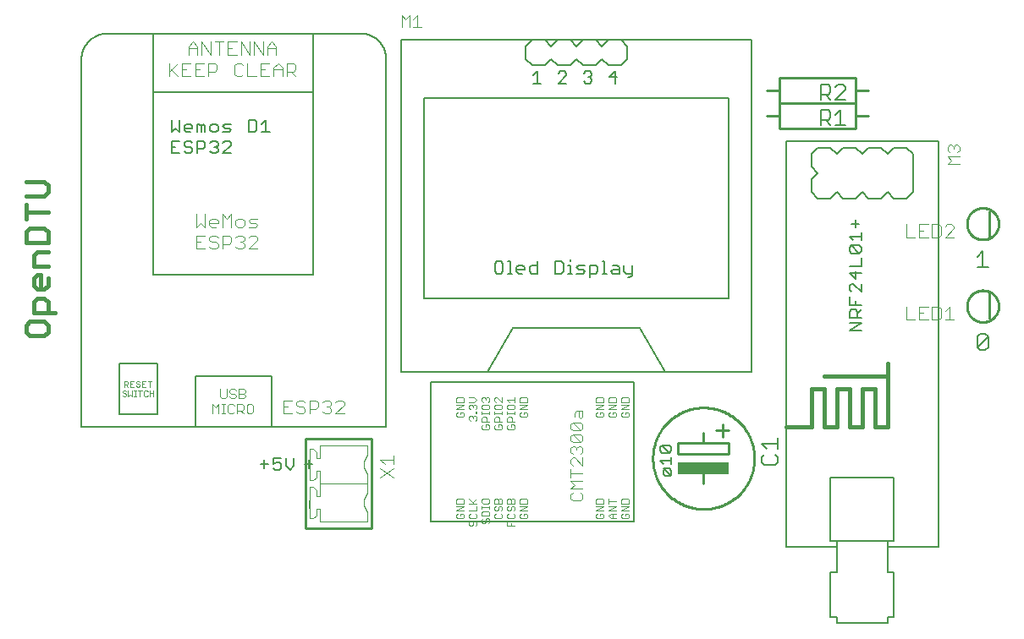
<source format=gto>
G75*
%MOIN*%
%OFA0B0*%
%FSLAX25Y25*%
%IPPOS*%
%LPD*%
%AMOC8*
5,1,8,0,0,1.08239X$1,22.5*
%
%ADD10C,0.01500*%
%ADD11C,0.00800*%
%ADD12C,0.01575*%
%ADD13C,0.00600*%
%ADD14C,0.00500*%
%ADD15C,0.00400*%
%ADD16C,0.01000*%
%ADD17C,0.00984*%
%ADD18C,0.00700*%
%ADD19R,0.20000X0.05000*%
%ADD20C,0.00983*%
%ADD21C,0.00394*%
%ADD22C,0.00300*%
%ADD23C,0.00200*%
D10*
X0016448Y0114500D02*
X0022120Y0114500D01*
X0023537Y0115918D01*
X0023537Y0118754D01*
X0022120Y0120172D01*
X0016448Y0120172D01*
X0015030Y0118754D01*
X0015030Y0115918D01*
X0016448Y0114500D01*
X0017866Y0123708D02*
X0017866Y0127961D01*
X0019284Y0129379D01*
X0022120Y0129379D01*
X0023537Y0127961D01*
X0023537Y0123708D01*
X0026373Y0123708D02*
X0017866Y0123708D01*
X0019284Y0132916D02*
X0017866Y0134334D01*
X0017866Y0137169D01*
X0019284Y0138587D01*
X0020702Y0138587D01*
X0020702Y0132916D01*
X0022120Y0132916D02*
X0019284Y0132916D01*
X0022120Y0132916D02*
X0023537Y0134334D01*
X0023537Y0137169D01*
X0023537Y0142124D02*
X0017866Y0142124D01*
X0017866Y0146377D01*
X0019284Y0147795D01*
X0023537Y0147795D01*
X0023537Y0151331D02*
X0015030Y0151331D01*
X0015030Y0155585D01*
X0016448Y0157003D01*
X0022120Y0157003D01*
X0023537Y0155585D01*
X0023537Y0151331D01*
X0015030Y0160539D02*
X0015030Y0166211D01*
X0015030Y0169747D02*
X0022120Y0169747D01*
X0023537Y0171165D01*
X0023537Y0174001D01*
X0022120Y0175419D01*
X0015030Y0175419D01*
X0015030Y0163375D02*
X0023537Y0163375D01*
D11*
X0107187Y0064008D02*
X0110331Y0064008D01*
X0112263Y0064008D02*
X0113835Y0064794D01*
X0114621Y0064794D01*
X0115406Y0064008D01*
X0115406Y0062436D01*
X0114621Y0061650D01*
X0113049Y0061650D01*
X0112263Y0062436D01*
X0112263Y0064008D02*
X0112263Y0066366D01*
X0115406Y0066366D01*
X0117338Y0066366D02*
X0117338Y0063222D01*
X0118910Y0061650D01*
X0120482Y0063222D01*
X0120482Y0066366D01*
X0124687Y0064008D02*
X0127831Y0064008D01*
X0126259Y0065580D02*
X0126259Y0062436D01*
X0108759Y0062436D02*
X0108759Y0065580D01*
X0111787Y0078750D02*
X0111787Y0098750D01*
X0081787Y0098750D01*
X0081787Y0078750D01*
X0111787Y0078750D01*
X0126529Y0049794D02*
X0126529Y0046650D01*
X0066787Y0083750D02*
X0066787Y0103750D01*
X0051787Y0103750D01*
X0051787Y0083750D01*
X0066787Y0083750D01*
X0199687Y0139936D02*
X0200473Y0139150D01*
X0202045Y0139150D01*
X0202831Y0139936D01*
X0202831Y0143080D01*
X0202045Y0143866D01*
X0200473Y0143866D01*
X0199687Y0143080D01*
X0199687Y0139936D01*
X0204763Y0139150D02*
X0206335Y0139150D01*
X0205549Y0139150D02*
X0205549Y0143866D01*
X0204763Y0143866D01*
X0208146Y0141508D02*
X0208932Y0142294D01*
X0210504Y0142294D01*
X0211290Y0141508D01*
X0211290Y0140722D01*
X0208146Y0140722D01*
X0208146Y0139936D02*
X0208146Y0141508D01*
X0208146Y0139936D02*
X0208932Y0139150D01*
X0210504Y0139150D01*
X0213221Y0139936D02*
X0213221Y0141508D01*
X0214007Y0142294D01*
X0216365Y0142294D01*
X0216365Y0143866D02*
X0216365Y0139150D01*
X0214007Y0139150D01*
X0213221Y0139936D01*
X0223372Y0139150D02*
X0225730Y0139150D01*
X0226516Y0139936D01*
X0226516Y0143080D01*
X0225730Y0143866D01*
X0223372Y0143866D01*
X0223372Y0139150D01*
X0228447Y0139150D02*
X0230019Y0139150D01*
X0229233Y0139150D02*
X0229233Y0142294D01*
X0228447Y0142294D01*
X0229233Y0143866D02*
X0229233Y0144652D01*
X0231830Y0141508D02*
X0232616Y0142294D01*
X0234974Y0142294D01*
X0234188Y0140722D02*
X0232616Y0140722D01*
X0231830Y0141508D01*
X0231830Y0139150D02*
X0234188Y0139150D01*
X0234974Y0139936D01*
X0234188Y0140722D01*
X0236906Y0142294D02*
X0236906Y0137578D01*
X0236906Y0139150D02*
X0239263Y0139150D01*
X0240049Y0139936D01*
X0240049Y0141508D01*
X0239263Y0142294D01*
X0236906Y0142294D01*
X0241981Y0143866D02*
X0242767Y0143866D01*
X0242767Y0139150D01*
X0241981Y0139150D02*
X0243553Y0139150D01*
X0245364Y0139936D02*
X0246150Y0140722D01*
X0248508Y0140722D01*
X0248508Y0141508D02*
X0248508Y0139150D01*
X0246150Y0139150D01*
X0245364Y0139936D01*
X0246150Y0142294D02*
X0247722Y0142294D01*
X0248508Y0141508D01*
X0250439Y0142294D02*
X0250439Y0139936D01*
X0251225Y0139150D01*
X0253583Y0139150D01*
X0253583Y0138364D02*
X0252797Y0137578D01*
X0252011Y0137578D01*
X0253583Y0138364D02*
X0253583Y0142294D01*
X0339172Y0142026D02*
X0343887Y0142026D01*
X0343887Y0145170D01*
X0343101Y0147101D02*
X0339958Y0150245D01*
X0343101Y0150245D01*
X0343887Y0149459D01*
X0343887Y0147887D01*
X0343101Y0147101D01*
X0339958Y0147101D01*
X0339172Y0147887D01*
X0339172Y0149459D01*
X0339958Y0150245D01*
X0340744Y0152176D02*
X0339172Y0153748D01*
X0343887Y0153748D01*
X0343887Y0152176D02*
X0343887Y0155320D01*
X0341529Y0157252D02*
X0341529Y0160395D01*
X0339958Y0158824D02*
X0343101Y0158824D01*
X0341529Y0140095D02*
X0341529Y0136951D01*
X0339172Y0139309D01*
X0343887Y0139309D01*
X0343887Y0135019D02*
X0343887Y0131876D01*
X0340744Y0135019D01*
X0339958Y0135019D01*
X0339172Y0134234D01*
X0339172Y0132662D01*
X0339958Y0131876D01*
X0339172Y0129944D02*
X0339172Y0126800D01*
X0343887Y0126800D01*
X0343887Y0124869D02*
X0342315Y0123297D01*
X0342315Y0124083D02*
X0342315Y0121725D01*
X0343887Y0121725D02*
X0339172Y0121725D01*
X0339172Y0124083D01*
X0339958Y0124869D01*
X0341529Y0124869D01*
X0342315Y0124083D01*
X0341529Y0126800D02*
X0341529Y0128372D01*
X0339172Y0119794D02*
X0343887Y0119794D01*
X0339172Y0116650D01*
X0343887Y0116650D01*
X0247045Y0214150D02*
X0247045Y0218866D01*
X0244687Y0216508D01*
X0247831Y0216508D01*
X0237831Y0217294D02*
X0237045Y0216508D01*
X0237831Y0215722D01*
X0237831Y0214936D01*
X0237045Y0214150D01*
X0235473Y0214150D01*
X0234687Y0214936D01*
X0236259Y0216508D02*
X0237045Y0216508D01*
X0237831Y0217294D02*
X0237831Y0218080D01*
X0237045Y0218866D01*
X0235473Y0218866D01*
X0234687Y0218080D01*
X0227831Y0218080D02*
X0227045Y0218866D01*
X0225473Y0218866D01*
X0224687Y0218080D01*
X0227831Y0218080D02*
X0227831Y0217294D01*
X0224687Y0214150D01*
X0227831Y0214150D01*
X0217831Y0214150D02*
X0214687Y0214150D01*
X0216259Y0214150D02*
X0216259Y0218866D01*
X0214687Y0217294D01*
X0110858Y0194918D02*
X0107714Y0194918D01*
X0109286Y0194918D02*
X0109286Y0199634D01*
X0107714Y0198062D01*
X0105782Y0198848D02*
X0105782Y0195704D01*
X0104996Y0194918D01*
X0102639Y0194918D01*
X0102639Y0199634D01*
X0104996Y0199634D01*
X0105782Y0198848D01*
X0095632Y0198062D02*
X0093274Y0198062D01*
X0092488Y0197276D01*
X0093274Y0196490D01*
X0094846Y0196490D01*
X0095632Y0195704D01*
X0094846Y0194918D01*
X0092488Y0194918D01*
X0090557Y0195704D02*
X0090557Y0197276D01*
X0089771Y0198062D01*
X0088199Y0198062D01*
X0087413Y0197276D01*
X0087413Y0195704D01*
X0088199Y0194918D01*
X0089771Y0194918D01*
X0090557Y0195704D01*
X0089771Y0191366D02*
X0090557Y0190580D01*
X0090557Y0189794D01*
X0089771Y0189008D01*
X0090557Y0188222D01*
X0090557Y0187436D01*
X0089771Y0186650D01*
X0088199Y0186650D01*
X0087413Y0187436D01*
X0088985Y0189008D02*
X0089771Y0189008D01*
X0089771Y0191366D02*
X0088199Y0191366D01*
X0087413Y0190580D01*
X0085482Y0190580D02*
X0084696Y0191366D01*
X0082338Y0191366D01*
X0082338Y0186650D01*
X0082338Y0188222D02*
X0084696Y0188222D01*
X0085482Y0189008D01*
X0085482Y0190580D01*
X0080406Y0190580D02*
X0079621Y0191366D01*
X0078049Y0191366D01*
X0077263Y0190580D01*
X0077263Y0189794D01*
X0078049Y0189008D01*
X0079621Y0189008D01*
X0080406Y0188222D01*
X0080406Y0187436D01*
X0079621Y0186650D01*
X0078049Y0186650D01*
X0077263Y0187436D01*
X0075331Y0186650D02*
X0072187Y0186650D01*
X0072187Y0191366D01*
X0075331Y0191366D01*
X0073759Y0189008D02*
X0072187Y0189008D01*
X0072187Y0194918D02*
X0073759Y0196490D01*
X0075331Y0194918D01*
X0075331Y0199634D01*
X0077263Y0197276D02*
X0078049Y0198062D01*
X0079621Y0198062D01*
X0080406Y0197276D01*
X0080406Y0196490D01*
X0077263Y0196490D01*
X0077263Y0195704D02*
X0077263Y0197276D01*
X0077263Y0195704D02*
X0078049Y0194918D01*
X0079621Y0194918D01*
X0082338Y0194918D02*
X0082338Y0198062D01*
X0083124Y0198062D01*
X0083910Y0197276D01*
X0084696Y0198062D01*
X0085482Y0197276D01*
X0085482Y0194918D01*
X0083910Y0194918D02*
X0083910Y0197276D01*
X0092488Y0190580D02*
X0093274Y0191366D01*
X0094846Y0191366D01*
X0095632Y0190580D01*
X0095632Y0189794D01*
X0092488Y0186650D01*
X0095632Y0186650D01*
X0072187Y0194918D02*
X0072187Y0199634D01*
D12*
X0314287Y0078750D02*
X0324287Y0078750D01*
X0324287Y0093750D01*
X0329287Y0093750D01*
X0329287Y0078750D01*
X0334287Y0078750D01*
X0334287Y0093750D01*
X0339287Y0093750D01*
X0339287Y0078750D01*
X0344287Y0078750D01*
X0344287Y0093750D01*
X0349287Y0093750D01*
X0349287Y0078750D01*
X0354287Y0078750D01*
X0354287Y0098750D01*
X0329287Y0098750D01*
X0354287Y0098750D02*
X0354287Y0103750D01*
D13*
X0389587Y0110118D02*
X0390655Y0109050D01*
X0392790Y0109050D01*
X0393858Y0110118D01*
X0393858Y0114388D01*
X0389587Y0110118D01*
X0389587Y0114388D01*
X0390655Y0115455D01*
X0392790Y0115455D01*
X0393858Y0114388D01*
X0393858Y0141550D02*
X0389587Y0141550D01*
X0391723Y0141550D02*
X0391723Y0147955D01*
X0389587Y0145820D01*
X0268987Y0070648D02*
X0268253Y0071382D01*
X0265318Y0071382D01*
X0268253Y0068446D01*
X0268987Y0069180D01*
X0268987Y0070648D01*
X0268253Y0068446D02*
X0265318Y0068446D01*
X0264584Y0069180D01*
X0264584Y0070648D01*
X0265318Y0071382D01*
X0268987Y0066778D02*
X0268987Y0063842D01*
X0268987Y0065310D02*
X0264584Y0065310D01*
X0266052Y0063842D01*
X0266052Y0062174D02*
X0268987Y0059238D01*
X0268253Y0059238D02*
X0268987Y0059972D01*
X0268987Y0061440D01*
X0268253Y0062174D01*
X0266786Y0062174D01*
X0266052Y0061440D01*
X0266052Y0059972D01*
X0266786Y0059238D01*
X0268253Y0059238D01*
D14*
X0254287Y0041250D02*
X0254287Y0096250D01*
X0174287Y0096250D01*
X0174287Y0041250D01*
X0254287Y0041250D01*
X0314287Y0031250D02*
X0334287Y0031250D01*
X0334287Y0021250D01*
X0331787Y0021250D01*
X0331787Y0003750D01*
X0334287Y0003750D01*
X0334287Y0001250D01*
X0354287Y0001250D01*
X0354287Y0003750D01*
X0356787Y0003750D01*
X0356787Y0021250D01*
X0354287Y0021250D01*
X0354287Y0031250D01*
X0374287Y0031250D01*
X0374287Y0191250D01*
X0314287Y0191250D01*
X0314287Y0031250D01*
X0331787Y0033750D02*
X0331787Y0058750D01*
X0356787Y0058750D01*
X0356787Y0033750D01*
X0354287Y0033750D01*
X0354287Y0031250D01*
X0354287Y0033750D02*
X0334287Y0033750D01*
X0334287Y0031250D01*
X0334287Y0033750D02*
X0331787Y0033750D01*
X0300787Y0100187D02*
X0266787Y0100187D01*
X0256787Y0117687D01*
X0206787Y0117687D01*
X0196787Y0100187D01*
X0162787Y0100187D01*
X0162787Y0231250D01*
X0300787Y0231250D01*
X0300787Y0100187D01*
X0266787Y0100187D02*
X0196787Y0100187D01*
X0156787Y0078750D02*
X0036787Y0078750D01*
X0036787Y0223750D01*
X0036790Y0223992D01*
X0036799Y0224233D01*
X0036813Y0224474D01*
X0036834Y0224715D01*
X0036860Y0224955D01*
X0036892Y0225195D01*
X0036930Y0225434D01*
X0036973Y0225671D01*
X0037023Y0225908D01*
X0037078Y0226143D01*
X0037138Y0226377D01*
X0037205Y0226609D01*
X0037276Y0226840D01*
X0037354Y0227069D01*
X0037437Y0227296D01*
X0037525Y0227521D01*
X0037619Y0227744D01*
X0037718Y0227964D01*
X0037823Y0228182D01*
X0037932Y0228397D01*
X0038047Y0228610D01*
X0038167Y0228820D01*
X0038292Y0229026D01*
X0038422Y0229230D01*
X0038557Y0229431D01*
X0038697Y0229628D01*
X0038841Y0229822D01*
X0038990Y0230012D01*
X0039144Y0230198D01*
X0039302Y0230381D01*
X0039464Y0230560D01*
X0039631Y0230735D01*
X0039802Y0230906D01*
X0039977Y0231073D01*
X0040156Y0231235D01*
X0040339Y0231393D01*
X0040525Y0231547D01*
X0040715Y0231696D01*
X0040909Y0231840D01*
X0041106Y0231980D01*
X0041307Y0232115D01*
X0041511Y0232245D01*
X0041717Y0232370D01*
X0041927Y0232490D01*
X0042140Y0232605D01*
X0042355Y0232714D01*
X0042573Y0232819D01*
X0042793Y0232918D01*
X0043016Y0233012D01*
X0043241Y0233100D01*
X0043468Y0233183D01*
X0043697Y0233261D01*
X0043928Y0233332D01*
X0044160Y0233399D01*
X0044394Y0233459D01*
X0044629Y0233514D01*
X0044866Y0233564D01*
X0045103Y0233607D01*
X0045342Y0233645D01*
X0045582Y0233677D01*
X0045822Y0233703D01*
X0046063Y0233724D01*
X0046304Y0233738D01*
X0046545Y0233747D01*
X0046787Y0233750D01*
X0146787Y0233750D01*
X0147029Y0233747D01*
X0147270Y0233738D01*
X0147511Y0233724D01*
X0147752Y0233703D01*
X0147992Y0233677D01*
X0148232Y0233645D01*
X0148471Y0233607D01*
X0148708Y0233564D01*
X0148945Y0233514D01*
X0149180Y0233459D01*
X0149414Y0233399D01*
X0149646Y0233332D01*
X0149877Y0233261D01*
X0150106Y0233183D01*
X0150333Y0233100D01*
X0150558Y0233012D01*
X0150781Y0232918D01*
X0151001Y0232819D01*
X0151219Y0232714D01*
X0151434Y0232605D01*
X0151647Y0232490D01*
X0151857Y0232370D01*
X0152063Y0232245D01*
X0152267Y0232115D01*
X0152468Y0231980D01*
X0152665Y0231840D01*
X0152859Y0231696D01*
X0153049Y0231547D01*
X0153235Y0231393D01*
X0153418Y0231235D01*
X0153597Y0231073D01*
X0153772Y0230906D01*
X0153943Y0230735D01*
X0154110Y0230560D01*
X0154272Y0230381D01*
X0154430Y0230198D01*
X0154584Y0230012D01*
X0154733Y0229822D01*
X0154877Y0229628D01*
X0155017Y0229431D01*
X0155152Y0229230D01*
X0155282Y0229026D01*
X0155407Y0228820D01*
X0155527Y0228610D01*
X0155642Y0228397D01*
X0155751Y0228182D01*
X0155856Y0227964D01*
X0155955Y0227744D01*
X0156049Y0227521D01*
X0156137Y0227296D01*
X0156220Y0227069D01*
X0156298Y0226840D01*
X0156369Y0226609D01*
X0156436Y0226377D01*
X0156496Y0226143D01*
X0156551Y0225908D01*
X0156601Y0225671D01*
X0156644Y0225434D01*
X0156682Y0225195D01*
X0156714Y0224955D01*
X0156740Y0224715D01*
X0156761Y0224474D01*
X0156775Y0224233D01*
X0156784Y0223992D01*
X0156787Y0223750D01*
X0156787Y0078750D01*
X0171787Y0129250D02*
X0171787Y0208250D01*
X0291787Y0208250D01*
X0291787Y0129250D01*
X0171787Y0129250D01*
X0127887Y0138750D02*
X0127887Y0210850D01*
X0127787Y0210850D01*
X0127890Y0210821D02*
X0064898Y0210821D01*
X0064898Y0233656D01*
X0127890Y0233656D01*
X0127890Y0210821D01*
X0064887Y0210850D02*
X0064887Y0138750D01*
X0127787Y0138750D01*
X0211787Y0223750D02*
X0214287Y0221250D01*
X0219287Y0221250D01*
X0221787Y0223750D01*
X0224287Y0221250D01*
X0229287Y0221250D01*
X0231787Y0223750D01*
X0234287Y0221250D01*
X0239287Y0221250D01*
X0241787Y0223750D01*
X0244287Y0221250D01*
X0249287Y0221250D01*
X0251787Y0223750D01*
X0251787Y0228750D01*
X0249287Y0231250D01*
X0244287Y0231250D02*
X0241787Y0228750D01*
X0239287Y0231250D01*
X0234287Y0231250D02*
X0231787Y0228750D01*
X0229287Y0231250D01*
X0224287Y0231250D02*
X0221787Y0228750D01*
X0219287Y0231250D01*
X0214287Y0231250D02*
X0211787Y0228750D01*
X0211787Y0223750D01*
X0324287Y0186250D02*
X0324287Y0181250D01*
X0326787Y0178750D01*
X0324287Y0176250D01*
X0324287Y0171250D01*
X0326787Y0168750D01*
X0331787Y0168750D01*
X0334287Y0171250D01*
X0336787Y0168750D01*
X0341787Y0168750D01*
X0344287Y0171250D01*
X0346787Y0168750D01*
X0351787Y0168750D01*
X0354287Y0171250D01*
X0356787Y0168750D01*
X0361787Y0168750D01*
X0364287Y0171250D01*
X0364287Y0186250D01*
X0361787Y0188750D01*
X0356787Y0188750D01*
X0354287Y0186250D01*
X0351787Y0188750D01*
X0346787Y0188750D01*
X0344287Y0186250D01*
X0341787Y0188750D01*
X0336787Y0188750D01*
X0334287Y0186250D01*
X0331787Y0188750D01*
X0326787Y0188750D01*
X0324287Y0186250D01*
X0327935Y0197700D02*
X0327935Y0203505D01*
X0330838Y0203505D01*
X0331805Y0202537D01*
X0331805Y0200602D01*
X0330838Y0199635D01*
X0327935Y0199635D01*
X0329870Y0199635D02*
X0331805Y0197700D01*
X0333736Y0197700D02*
X0337606Y0197700D01*
X0335671Y0197700D02*
X0335671Y0203505D01*
X0333736Y0201570D01*
X0333736Y0207700D02*
X0337606Y0211570D01*
X0337606Y0212537D01*
X0336639Y0213505D01*
X0334704Y0213505D01*
X0333736Y0212537D01*
X0331805Y0212537D02*
X0331805Y0210602D01*
X0330838Y0209635D01*
X0327935Y0209635D01*
X0327935Y0207700D02*
X0327935Y0213505D01*
X0330838Y0213505D01*
X0331805Y0212537D01*
X0329870Y0209635D02*
X0331805Y0207700D01*
X0333736Y0207700D02*
X0337606Y0207700D01*
D15*
X0377909Y0189148D02*
X0377909Y0187613D01*
X0378676Y0186846D01*
X0377909Y0185311D02*
X0382513Y0185311D01*
X0381745Y0186846D02*
X0382513Y0187613D01*
X0382513Y0189148D01*
X0381745Y0189915D01*
X0380978Y0189915D01*
X0380211Y0189148D01*
X0380211Y0188381D01*
X0380211Y0189148D02*
X0379443Y0189915D01*
X0378676Y0189915D01*
X0377909Y0189148D01*
X0377909Y0185311D02*
X0379443Y0183777D01*
X0377909Y0182242D01*
X0382513Y0182242D01*
X0379470Y0158554D02*
X0377765Y0158554D01*
X0376912Y0157702D01*
X0375248Y0157702D02*
X0375248Y0154291D01*
X0374395Y0153438D01*
X0371837Y0153438D01*
X0371837Y0158554D01*
X0374395Y0158554D01*
X0375248Y0157702D01*
X0379470Y0158554D02*
X0380323Y0157702D01*
X0380323Y0156849D01*
X0376912Y0153438D01*
X0380323Y0153438D01*
X0370173Y0153438D02*
X0366762Y0153438D01*
X0366762Y0158554D01*
X0370173Y0158554D01*
X0368467Y0155996D02*
X0366762Y0155996D01*
X0365097Y0153438D02*
X0361687Y0153438D01*
X0361687Y0158554D01*
X0361687Y0126054D02*
X0361687Y0120938D01*
X0365097Y0120938D01*
X0366762Y0120938D02*
X0370173Y0120938D01*
X0371837Y0120938D02*
X0374395Y0120938D01*
X0375248Y0121791D01*
X0375248Y0125202D01*
X0374395Y0126054D01*
X0371837Y0126054D01*
X0371837Y0120938D01*
X0368467Y0123496D02*
X0366762Y0123496D01*
X0366762Y0126054D02*
X0366762Y0120938D01*
X0366762Y0126054D02*
X0370173Y0126054D01*
X0376912Y0124349D02*
X0378618Y0126054D01*
X0378618Y0120938D01*
X0380323Y0120938D02*
X0376912Y0120938D01*
X0234087Y0084915D02*
X0234087Y0082613D01*
X0233320Y0081846D01*
X0232553Y0082613D01*
X0232553Y0084915D01*
X0231785Y0084915D02*
X0234087Y0084915D01*
X0231785Y0084915D02*
X0231018Y0084148D01*
X0231018Y0082613D01*
X0230251Y0080311D02*
X0233320Y0077242D01*
X0234087Y0078009D01*
X0234087Y0079544D01*
X0233320Y0080311D01*
X0230251Y0080311D01*
X0229483Y0079544D01*
X0229483Y0078009D01*
X0230251Y0077242D01*
X0233320Y0077242D01*
X0233320Y0075707D02*
X0230251Y0075707D01*
X0233320Y0072638D01*
X0234087Y0073405D01*
X0234087Y0074940D01*
X0233320Y0075707D01*
X0233320Y0072638D02*
X0230251Y0072638D01*
X0229483Y0073405D01*
X0229483Y0074940D01*
X0230251Y0075707D01*
X0230251Y0071104D02*
X0231018Y0071104D01*
X0231785Y0070336D01*
X0232553Y0071104D01*
X0233320Y0071104D01*
X0234087Y0070336D01*
X0234087Y0068802D01*
X0233320Y0068034D01*
X0234087Y0066500D02*
X0234087Y0063430D01*
X0231018Y0066500D01*
X0230251Y0066500D01*
X0229483Y0065732D01*
X0229483Y0064198D01*
X0230251Y0063430D01*
X0229483Y0061896D02*
X0229483Y0058826D01*
X0229483Y0057292D02*
X0234087Y0057292D01*
X0234087Y0060361D02*
X0229483Y0060361D01*
X0229483Y0057292D02*
X0231018Y0055757D01*
X0229483Y0054222D01*
X0234087Y0054222D01*
X0233320Y0052688D02*
X0234087Y0051920D01*
X0234087Y0050386D01*
X0233320Y0049619D01*
X0230251Y0049619D01*
X0229483Y0050386D01*
X0229483Y0051920D01*
X0230251Y0052688D01*
X0230251Y0068034D02*
X0229483Y0068802D01*
X0229483Y0070336D01*
X0230251Y0071104D01*
X0231785Y0070336D02*
X0231785Y0069569D01*
X0159599Y0067286D02*
X0159599Y0063875D01*
X0159599Y0062210D02*
X0154483Y0058800D01*
X0154483Y0062210D02*
X0159599Y0058800D01*
X0156188Y0063875D02*
X0154483Y0065580D01*
X0159599Y0065580D01*
X0140301Y0083950D02*
X0136831Y0083950D01*
X0140301Y0087420D01*
X0140301Y0088287D01*
X0139433Y0089154D01*
X0137698Y0089154D01*
X0136831Y0088287D01*
X0135144Y0088287D02*
X0135144Y0087420D01*
X0134277Y0086552D01*
X0135144Y0085685D01*
X0135144Y0084817D01*
X0134277Y0083950D01*
X0132542Y0083950D01*
X0131675Y0084817D01*
X0129988Y0086552D02*
X0129120Y0085685D01*
X0126518Y0085685D01*
X0124831Y0085685D02*
X0124831Y0084817D01*
X0123964Y0083950D01*
X0122229Y0083950D01*
X0121362Y0084817D01*
X0119675Y0083950D02*
X0116205Y0083950D01*
X0116205Y0089154D01*
X0119675Y0089154D01*
X0121362Y0088287D02*
X0121362Y0087420D01*
X0122229Y0086552D01*
X0123964Y0086552D01*
X0124831Y0085685D01*
X0126518Y0083950D02*
X0126518Y0089154D01*
X0129120Y0089154D01*
X0129988Y0088287D01*
X0129988Y0086552D01*
X0131675Y0088287D02*
X0132542Y0089154D01*
X0134277Y0089154D01*
X0135144Y0088287D01*
X0134277Y0086552D02*
X0133409Y0086552D01*
X0124831Y0088287D02*
X0123964Y0089154D01*
X0122229Y0089154D01*
X0121362Y0088287D01*
X0117940Y0086552D02*
X0116205Y0086552D01*
X0106083Y0148950D02*
X0102613Y0148950D01*
X0106083Y0152420D01*
X0106083Y0153287D01*
X0105215Y0154154D01*
X0103480Y0154154D01*
X0102613Y0153287D01*
X0100926Y0153287D02*
X0100926Y0152420D01*
X0100059Y0151552D01*
X0100926Y0150685D01*
X0100926Y0149817D01*
X0100059Y0148950D01*
X0098324Y0148950D01*
X0097457Y0149817D01*
X0095770Y0151552D02*
X0094902Y0150685D01*
X0092300Y0150685D01*
X0090613Y0150685D02*
X0089746Y0151552D01*
X0088011Y0151552D01*
X0087144Y0152420D01*
X0087144Y0153287D01*
X0088011Y0154154D01*
X0089746Y0154154D01*
X0090613Y0153287D01*
X0092300Y0154154D02*
X0092300Y0148950D01*
X0090613Y0149817D02*
X0089746Y0148950D01*
X0088011Y0148950D01*
X0087144Y0149817D01*
X0085457Y0148950D02*
X0081987Y0148950D01*
X0081987Y0154154D01*
X0085457Y0154154D01*
X0083722Y0151552D02*
X0081987Y0151552D01*
X0081987Y0157350D02*
X0083722Y0159085D01*
X0085457Y0157350D01*
X0085457Y0162554D01*
X0088011Y0160820D02*
X0089746Y0160820D01*
X0090613Y0159952D01*
X0090613Y0159085D01*
X0087144Y0159085D01*
X0087144Y0159952D02*
X0088011Y0160820D01*
X0087144Y0159952D02*
X0087144Y0158217D01*
X0088011Y0157350D01*
X0089746Y0157350D01*
X0092300Y0157350D02*
X0092300Y0162554D01*
X0094035Y0160820D01*
X0095770Y0162554D01*
X0095770Y0157350D01*
X0097457Y0158217D02*
X0098324Y0157350D01*
X0100059Y0157350D01*
X0100926Y0158217D01*
X0100926Y0159952D01*
X0100059Y0160820D01*
X0098324Y0160820D01*
X0097457Y0159952D01*
X0097457Y0158217D01*
X0098324Y0154154D02*
X0100059Y0154154D01*
X0100926Y0153287D01*
X0100059Y0151552D02*
X0099191Y0151552D01*
X0097457Y0153287D02*
X0098324Y0154154D01*
X0095770Y0153287D02*
X0095770Y0151552D01*
X0095770Y0153287D02*
X0094902Y0154154D01*
X0092300Y0154154D01*
X0090613Y0150685D02*
X0090613Y0149817D01*
X0081987Y0157350D02*
X0081987Y0162554D01*
X0102613Y0159952D02*
X0103480Y0160820D01*
X0106083Y0160820D01*
X0105215Y0159085D02*
X0103480Y0159085D01*
X0102613Y0159952D01*
X0102613Y0157350D02*
X0105215Y0157350D01*
X0106083Y0158217D01*
X0105215Y0159085D01*
X0105613Y0216950D02*
X0102144Y0216950D01*
X0102144Y0222154D01*
X0100457Y0221287D02*
X0099590Y0222154D01*
X0097855Y0222154D01*
X0096987Y0221287D01*
X0096987Y0217817D01*
X0097855Y0216950D01*
X0099590Y0216950D01*
X0100457Y0217817D01*
X0107300Y0216950D02*
X0110770Y0216950D01*
X0112457Y0216950D02*
X0112457Y0220420D01*
X0114191Y0222154D01*
X0115926Y0220420D01*
X0115926Y0216950D01*
X0117613Y0216950D02*
X0117613Y0222154D01*
X0120215Y0222154D01*
X0121083Y0221287D01*
X0121083Y0219552D01*
X0120215Y0218685D01*
X0117613Y0218685D01*
X0119348Y0218685D02*
X0121083Y0216950D01*
X0115926Y0219552D02*
X0112457Y0219552D01*
X0110770Y0222154D02*
X0107300Y0222154D01*
X0107300Y0216950D01*
X0107300Y0219552D02*
X0109035Y0219552D01*
X0109878Y0225350D02*
X0109878Y0228820D01*
X0111613Y0230554D01*
X0113348Y0228820D01*
X0113348Y0225350D01*
X0113348Y0227952D02*
X0109878Y0227952D01*
X0108192Y0225350D02*
X0104722Y0230554D01*
X0104722Y0225350D01*
X0103035Y0225350D02*
X0103035Y0230554D01*
X0099566Y0230554D02*
X0103035Y0225350D01*
X0099566Y0225350D02*
X0099566Y0230554D01*
X0097879Y0230554D02*
X0094409Y0230554D01*
X0094409Y0225350D01*
X0097879Y0225350D01*
X0096144Y0227952D02*
X0094409Y0227952D01*
X0092722Y0230554D02*
X0089253Y0230554D01*
X0087566Y0230554D02*
X0087566Y0225350D01*
X0084096Y0230554D01*
X0084096Y0225350D01*
X0082410Y0225350D02*
X0082410Y0228820D01*
X0080675Y0230554D01*
X0078940Y0228820D01*
X0078940Y0225350D01*
X0078940Y0227952D02*
X0082410Y0227952D01*
X0081518Y0222154D02*
X0081518Y0216950D01*
X0084988Y0216950D01*
X0086675Y0216950D02*
X0086675Y0222154D01*
X0089277Y0222154D01*
X0090144Y0221287D01*
X0090144Y0219552D01*
X0089277Y0218685D01*
X0086675Y0218685D01*
X0083253Y0219552D02*
X0081518Y0219552D01*
X0081518Y0222154D02*
X0084988Y0222154D01*
X0079831Y0222154D02*
X0076362Y0222154D01*
X0076362Y0216950D01*
X0079831Y0216950D01*
X0078097Y0219552D02*
X0076362Y0219552D01*
X0074675Y0216950D02*
X0072073Y0219552D01*
X0071205Y0218685D02*
X0074675Y0222154D01*
X0071205Y0222154D02*
X0071205Y0216950D01*
X0090988Y0225350D02*
X0090988Y0230554D01*
X0108192Y0230554D02*
X0108192Y0225350D01*
X0162889Y0236270D02*
X0162889Y0240874D01*
X0164424Y0239339D01*
X0165958Y0240874D01*
X0165958Y0236270D01*
X0167493Y0236270D02*
X0170562Y0236270D01*
X0169027Y0236270D02*
X0169027Y0240874D01*
X0167493Y0239339D01*
D16*
X0306787Y0211250D02*
X0311787Y0211250D01*
X0311787Y0206250D01*
X0341787Y0206250D01*
X0341787Y0211250D01*
X0341787Y0216250D01*
X0311787Y0216250D01*
X0311787Y0211250D01*
X0311787Y0206250D02*
X0311787Y0201250D01*
X0311787Y0196250D01*
X0341787Y0196250D01*
X0341787Y0201250D01*
X0341787Y0206250D01*
X0311787Y0206250D01*
X0311787Y0201250D02*
X0306787Y0201250D01*
X0341787Y0201250D02*
X0346787Y0201250D01*
X0346787Y0211250D02*
X0341787Y0211250D01*
X0289287Y0079750D02*
X0289287Y0074750D01*
X0291787Y0072450D02*
X0281787Y0072450D01*
X0271787Y0072450D01*
X0271787Y0067950D01*
X0291787Y0067950D01*
X0291787Y0072450D01*
X0291787Y0077250D02*
X0286787Y0077250D01*
X0281787Y0076250D02*
X0281787Y0072450D01*
X0281787Y0063750D02*
X0281787Y0056250D01*
D17*
X0261787Y0066250D02*
X0261793Y0066741D01*
X0261811Y0067231D01*
X0261841Y0067721D01*
X0261883Y0068210D01*
X0261937Y0068698D01*
X0262003Y0069185D01*
X0262081Y0069669D01*
X0262171Y0070152D01*
X0262273Y0070632D01*
X0262386Y0071110D01*
X0262511Y0071584D01*
X0262648Y0072056D01*
X0262796Y0072524D01*
X0262956Y0072988D01*
X0263127Y0073448D01*
X0263309Y0073904D01*
X0263503Y0074355D01*
X0263707Y0074801D01*
X0263923Y0075242D01*
X0264149Y0075678D01*
X0264385Y0076108D01*
X0264632Y0076532D01*
X0264890Y0076950D01*
X0265158Y0077361D01*
X0265435Y0077766D01*
X0265723Y0078164D01*
X0266020Y0078555D01*
X0266327Y0078938D01*
X0266643Y0079313D01*
X0266968Y0079681D01*
X0267302Y0080041D01*
X0267645Y0080392D01*
X0267996Y0080735D01*
X0268356Y0081069D01*
X0268724Y0081394D01*
X0269099Y0081710D01*
X0269482Y0082017D01*
X0269873Y0082314D01*
X0270271Y0082602D01*
X0270676Y0082879D01*
X0271087Y0083147D01*
X0271505Y0083405D01*
X0271929Y0083652D01*
X0272359Y0083888D01*
X0272795Y0084114D01*
X0273236Y0084330D01*
X0273682Y0084534D01*
X0274133Y0084728D01*
X0274589Y0084910D01*
X0275049Y0085081D01*
X0275513Y0085241D01*
X0275981Y0085389D01*
X0276453Y0085526D01*
X0276927Y0085651D01*
X0277405Y0085764D01*
X0277885Y0085866D01*
X0278368Y0085956D01*
X0278852Y0086034D01*
X0279339Y0086100D01*
X0279827Y0086154D01*
X0280316Y0086196D01*
X0280806Y0086226D01*
X0281296Y0086244D01*
X0281787Y0086250D01*
X0282278Y0086244D01*
X0282768Y0086226D01*
X0283258Y0086196D01*
X0283747Y0086154D01*
X0284235Y0086100D01*
X0284722Y0086034D01*
X0285206Y0085956D01*
X0285689Y0085866D01*
X0286169Y0085764D01*
X0286647Y0085651D01*
X0287121Y0085526D01*
X0287593Y0085389D01*
X0288061Y0085241D01*
X0288525Y0085081D01*
X0288985Y0084910D01*
X0289441Y0084728D01*
X0289892Y0084534D01*
X0290338Y0084330D01*
X0290779Y0084114D01*
X0291215Y0083888D01*
X0291645Y0083652D01*
X0292069Y0083405D01*
X0292487Y0083147D01*
X0292898Y0082879D01*
X0293303Y0082602D01*
X0293701Y0082314D01*
X0294092Y0082017D01*
X0294475Y0081710D01*
X0294850Y0081394D01*
X0295218Y0081069D01*
X0295578Y0080735D01*
X0295929Y0080392D01*
X0296272Y0080041D01*
X0296606Y0079681D01*
X0296931Y0079313D01*
X0297247Y0078938D01*
X0297554Y0078555D01*
X0297851Y0078164D01*
X0298139Y0077766D01*
X0298416Y0077361D01*
X0298684Y0076950D01*
X0298942Y0076532D01*
X0299189Y0076108D01*
X0299425Y0075678D01*
X0299651Y0075242D01*
X0299867Y0074801D01*
X0300071Y0074355D01*
X0300265Y0073904D01*
X0300447Y0073448D01*
X0300618Y0072988D01*
X0300778Y0072524D01*
X0300926Y0072056D01*
X0301063Y0071584D01*
X0301188Y0071110D01*
X0301301Y0070632D01*
X0301403Y0070152D01*
X0301493Y0069669D01*
X0301571Y0069185D01*
X0301637Y0068698D01*
X0301691Y0068210D01*
X0301733Y0067721D01*
X0301763Y0067231D01*
X0301781Y0066741D01*
X0301787Y0066250D01*
X0301781Y0065759D01*
X0301763Y0065269D01*
X0301733Y0064779D01*
X0301691Y0064290D01*
X0301637Y0063802D01*
X0301571Y0063315D01*
X0301493Y0062831D01*
X0301403Y0062348D01*
X0301301Y0061868D01*
X0301188Y0061390D01*
X0301063Y0060916D01*
X0300926Y0060444D01*
X0300778Y0059976D01*
X0300618Y0059512D01*
X0300447Y0059052D01*
X0300265Y0058596D01*
X0300071Y0058145D01*
X0299867Y0057699D01*
X0299651Y0057258D01*
X0299425Y0056822D01*
X0299189Y0056392D01*
X0298942Y0055968D01*
X0298684Y0055550D01*
X0298416Y0055139D01*
X0298139Y0054734D01*
X0297851Y0054336D01*
X0297554Y0053945D01*
X0297247Y0053562D01*
X0296931Y0053187D01*
X0296606Y0052819D01*
X0296272Y0052459D01*
X0295929Y0052108D01*
X0295578Y0051765D01*
X0295218Y0051431D01*
X0294850Y0051106D01*
X0294475Y0050790D01*
X0294092Y0050483D01*
X0293701Y0050186D01*
X0293303Y0049898D01*
X0292898Y0049621D01*
X0292487Y0049353D01*
X0292069Y0049095D01*
X0291645Y0048848D01*
X0291215Y0048612D01*
X0290779Y0048386D01*
X0290338Y0048170D01*
X0289892Y0047966D01*
X0289441Y0047772D01*
X0288985Y0047590D01*
X0288525Y0047419D01*
X0288061Y0047259D01*
X0287593Y0047111D01*
X0287121Y0046974D01*
X0286647Y0046849D01*
X0286169Y0046736D01*
X0285689Y0046634D01*
X0285206Y0046544D01*
X0284722Y0046466D01*
X0284235Y0046400D01*
X0283747Y0046346D01*
X0283258Y0046304D01*
X0282768Y0046274D01*
X0282278Y0046256D01*
X0281787Y0046250D01*
X0281296Y0046256D01*
X0280806Y0046274D01*
X0280316Y0046304D01*
X0279827Y0046346D01*
X0279339Y0046400D01*
X0278852Y0046466D01*
X0278368Y0046544D01*
X0277885Y0046634D01*
X0277405Y0046736D01*
X0276927Y0046849D01*
X0276453Y0046974D01*
X0275981Y0047111D01*
X0275513Y0047259D01*
X0275049Y0047419D01*
X0274589Y0047590D01*
X0274133Y0047772D01*
X0273682Y0047966D01*
X0273236Y0048170D01*
X0272795Y0048386D01*
X0272359Y0048612D01*
X0271929Y0048848D01*
X0271505Y0049095D01*
X0271087Y0049353D01*
X0270676Y0049621D01*
X0270271Y0049898D01*
X0269873Y0050186D01*
X0269482Y0050483D01*
X0269099Y0050790D01*
X0268724Y0051106D01*
X0268356Y0051431D01*
X0267996Y0051765D01*
X0267645Y0052108D01*
X0267302Y0052459D01*
X0266968Y0052819D01*
X0266643Y0053187D01*
X0266327Y0053562D01*
X0266020Y0053945D01*
X0265723Y0054336D01*
X0265435Y0054734D01*
X0265158Y0055139D01*
X0264890Y0055550D01*
X0264632Y0055968D01*
X0264385Y0056392D01*
X0264149Y0056822D01*
X0263923Y0057258D01*
X0263707Y0057699D01*
X0263503Y0058145D01*
X0263309Y0058596D01*
X0263127Y0059052D01*
X0262956Y0059512D01*
X0262796Y0059976D01*
X0262648Y0060444D01*
X0262511Y0060916D01*
X0262386Y0061390D01*
X0262273Y0061868D01*
X0262171Y0062348D01*
X0262081Y0062831D01*
X0262003Y0063315D01*
X0261937Y0063802D01*
X0261883Y0064290D01*
X0261841Y0064779D01*
X0261811Y0065269D01*
X0261793Y0065759D01*
X0261787Y0066250D01*
X0385537Y0126250D02*
X0385539Y0126408D01*
X0385545Y0126565D01*
X0385555Y0126723D01*
X0385569Y0126880D01*
X0385587Y0127036D01*
X0385608Y0127193D01*
X0385634Y0127348D01*
X0385664Y0127503D01*
X0385697Y0127657D01*
X0385735Y0127810D01*
X0385776Y0127963D01*
X0385821Y0128114D01*
X0385870Y0128264D01*
X0385923Y0128412D01*
X0385979Y0128560D01*
X0386040Y0128705D01*
X0386103Y0128850D01*
X0386171Y0128992D01*
X0386242Y0129133D01*
X0386316Y0129272D01*
X0386394Y0129409D01*
X0386476Y0129544D01*
X0386560Y0129677D01*
X0386649Y0129808D01*
X0386740Y0129936D01*
X0386835Y0130063D01*
X0386932Y0130186D01*
X0387033Y0130308D01*
X0387137Y0130426D01*
X0387244Y0130542D01*
X0387354Y0130655D01*
X0387466Y0130766D01*
X0387582Y0130873D01*
X0387700Y0130978D01*
X0387820Y0131080D01*
X0387943Y0131178D01*
X0388069Y0131274D01*
X0388197Y0131366D01*
X0388327Y0131455D01*
X0388459Y0131541D01*
X0388594Y0131623D01*
X0388731Y0131702D01*
X0388869Y0131777D01*
X0389009Y0131849D01*
X0389152Y0131917D01*
X0389295Y0131982D01*
X0389441Y0132043D01*
X0389588Y0132100D01*
X0389736Y0132154D01*
X0389886Y0132204D01*
X0390036Y0132250D01*
X0390188Y0132292D01*
X0390341Y0132331D01*
X0390495Y0132365D01*
X0390650Y0132396D01*
X0390805Y0132422D01*
X0390961Y0132445D01*
X0391118Y0132464D01*
X0391275Y0132479D01*
X0391432Y0132490D01*
X0391590Y0132497D01*
X0391748Y0132500D01*
X0391905Y0132499D01*
X0392063Y0132494D01*
X0392220Y0132485D01*
X0392378Y0132472D01*
X0392534Y0132455D01*
X0392691Y0132434D01*
X0392846Y0132410D01*
X0393001Y0132381D01*
X0393156Y0132348D01*
X0393309Y0132312D01*
X0393462Y0132271D01*
X0393613Y0132227D01*
X0393763Y0132179D01*
X0393912Y0132128D01*
X0394060Y0132072D01*
X0394206Y0132013D01*
X0394351Y0131950D01*
X0394494Y0131883D01*
X0394635Y0131813D01*
X0394774Y0131740D01*
X0394912Y0131663D01*
X0395048Y0131582D01*
X0395181Y0131498D01*
X0395312Y0131411D01*
X0395441Y0131320D01*
X0395568Y0131226D01*
X0395693Y0131129D01*
X0395814Y0131029D01*
X0395934Y0130926D01*
X0396050Y0130820D01*
X0396164Y0130711D01*
X0396276Y0130599D01*
X0396384Y0130485D01*
X0396489Y0130367D01*
X0396592Y0130247D01*
X0396691Y0130125D01*
X0396787Y0130000D01*
X0396880Y0129872D01*
X0396970Y0129743D01*
X0397056Y0129611D01*
X0397140Y0129477D01*
X0397219Y0129341D01*
X0397296Y0129203D01*
X0397368Y0129063D01*
X0397437Y0128921D01*
X0397503Y0128778D01*
X0397565Y0128633D01*
X0397623Y0128486D01*
X0397678Y0128338D01*
X0397729Y0128189D01*
X0397776Y0128038D01*
X0397819Y0127887D01*
X0397858Y0127734D01*
X0397894Y0127580D01*
X0397925Y0127426D01*
X0397953Y0127271D01*
X0397977Y0127115D01*
X0397997Y0126958D01*
X0398013Y0126801D01*
X0398025Y0126644D01*
X0398033Y0126487D01*
X0398037Y0126329D01*
X0398037Y0126171D01*
X0398033Y0126013D01*
X0398025Y0125856D01*
X0398013Y0125699D01*
X0397997Y0125542D01*
X0397977Y0125385D01*
X0397953Y0125229D01*
X0397925Y0125074D01*
X0397894Y0124920D01*
X0397858Y0124766D01*
X0397819Y0124613D01*
X0397776Y0124462D01*
X0397729Y0124311D01*
X0397678Y0124162D01*
X0397623Y0124014D01*
X0397565Y0123867D01*
X0397503Y0123722D01*
X0397437Y0123579D01*
X0397368Y0123437D01*
X0397296Y0123297D01*
X0397219Y0123159D01*
X0397140Y0123023D01*
X0397056Y0122889D01*
X0396970Y0122757D01*
X0396880Y0122628D01*
X0396787Y0122500D01*
X0396691Y0122375D01*
X0396592Y0122253D01*
X0396489Y0122133D01*
X0396384Y0122015D01*
X0396276Y0121901D01*
X0396164Y0121789D01*
X0396050Y0121680D01*
X0395934Y0121574D01*
X0395814Y0121471D01*
X0395693Y0121371D01*
X0395568Y0121274D01*
X0395441Y0121180D01*
X0395312Y0121089D01*
X0395181Y0121002D01*
X0395048Y0120918D01*
X0394912Y0120837D01*
X0394774Y0120760D01*
X0394635Y0120687D01*
X0394494Y0120617D01*
X0394351Y0120550D01*
X0394206Y0120487D01*
X0394060Y0120428D01*
X0393912Y0120372D01*
X0393763Y0120321D01*
X0393613Y0120273D01*
X0393462Y0120229D01*
X0393309Y0120188D01*
X0393156Y0120152D01*
X0393001Y0120119D01*
X0392846Y0120090D01*
X0392691Y0120066D01*
X0392534Y0120045D01*
X0392378Y0120028D01*
X0392220Y0120015D01*
X0392063Y0120006D01*
X0391905Y0120001D01*
X0391748Y0120000D01*
X0391590Y0120003D01*
X0391432Y0120010D01*
X0391275Y0120021D01*
X0391118Y0120036D01*
X0390961Y0120055D01*
X0390805Y0120078D01*
X0390650Y0120104D01*
X0390495Y0120135D01*
X0390341Y0120169D01*
X0390188Y0120208D01*
X0390036Y0120250D01*
X0389886Y0120296D01*
X0389736Y0120346D01*
X0389588Y0120400D01*
X0389441Y0120457D01*
X0389295Y0120518D01*
X0389152Y0120583D01*
X0389009Y0120651D01*
X0388869Y0120723D01*
X0388731Y0120798D01*
X0388594Y0120877D01*
X0388459Y0120959D01*
X0388327Y0121045D01*
X0388197Y0121134D01*
X0388069Y0121226D01*
X0387943Y0121322D01*
X0387820Y0121420D01*
X0387700Y0121522D01*
X0387582Y0121627D01*
X0387466Y0121734D01*
X0387354Y0121845D01*
X0387244Y0121958D01*
X0387137Y0122074D01*
X0387033Y0122192D01*
X0386932Y0122314D01*
X0386835Y0122437D01*
X0386740Y0122564D01*
X0386649Y0122692D01*
X0386560Y0122823D01*
X0386476Y0122956D01*
X0386394Y0123091D01*
X0386316Y0123228D01*
X0386242Y0123367D01*
X0386171Y0123508D01*
X0386103Y0123650D01*
X0386040Y0123795D01*
X0385979Y0123940D01*
X0385923Y0124088D01*
X0385870Y0124236D01*
X0385821Y0124386D01*
X0385776Y0124537D01*
X0385735Y0124690D01*
X0385697Y0124843D01*
X0385664Y0124997D01*
X0385634Y0125152D01*
X0385608Y0125307D01*
X0385587Y0125464D01*
X0385569Y0125620D01*
X0385555Y0125777D01*
X0385545Y0125935D01*
X0385539Y0126092D01*
X0385537Y0126250D01*
X0394287Y0121250D02*
X0394287Y0131250D01*
X0394287Y0153750D02*
X0394287Y0163750D01*
X0385537Y0158750D02*
X0385539Y0158908D01*
X0385545Y0159065D01*
X0385555Y0159223D01*
X0385569Y0159380D01*
X0385587Y0159536D01*
X0385608Y0159693D01*
X0385634Y0159848D01*
X0385664Y0160003D01*
X0385697Y0160157D01*
X0385735Y0160310D01*
X0385776Y0160463D01*
X0385821Y0160614D01*
X0385870Y0160764D01*
X0385923Y0160912D01*
X0385979Y0161060D01*
X0386040Y0161205D01*
X0386103Y0161350D01*
X0386171Y0161492D01*
X0386242Y0161633D01*
X0386316Y0161772D01*
X0386394Y0161909D01*
X0386476Y0162044D01*
X0386560Y0162177D01*
X0386649Y0162308D01*
X0386740Y0162436D01*
X0386835Y0162563D01*
X0386932Y0162686D01*
X0387033Y0162808D01*
X0387137Y0162926D01*
X0387244Y0163042D01*
X0387354Y0163155D01*
X0387466Y0163266D01*
X0387582Y0163373D01*
X0387700Y0163478D01*
X0387820Y0163580D01*
X0387943Y0163678D01*
X0388069Y0163774D01*
X0388197Y0163866D01*
X0388327Y0163955D01*
X0388459Y0164041D01*
X0388594Y0164123D01*
X0388731Y0164202D01*
X0388869Y0164277D01*
X0389009Y0164349D01*
X0389152Y0164417D01*
X0389295Y0164482D01*
X0389441Y0164543D01*
X0389588Y0164600D01*
X0389736Y0164654D01*
X0389886Y0164704D01*
X0390036Y0164750D01*
X0390188Y0164792D01*
X0390341Y0164831D01*
X0390495Y0164865D01*
X0390650Y0164896D01*
X0390805Y0164922D01*
X0390961Y0164945D01*
X0391118Y0164964D01*
X0391275Y0164979D01*
X0391432Y0164990D01*
X0391590Y0164997D01*
X0391748Y0165000D01*
X0391905Y0164999D01*
X0392063Y0164994D01*
X0392220Y0164985D01*
X0392378Y0164972D01*
X0392534Y0164955D01*
X0392691Y0164934D01*
X0392846Y0164910D01*
X0393001Y0164881D01*
X0393156Y0164848D01*
X0393309Y0164812D01*
X0393462Y0164771D01*
X0393613Y0164727D01*
X0393763Y0164679D01*
X0393912Y0164628D01*
X0394060Y0164572D01*
X0394206Y0164513D01*
X0394351Y0164450D01*
X0394494Y0164383D01*
X0394635Y0164313D01*
X0394774Y0164240D01*
X0394912Y0164163D01*
X0395048Y0164082D01*
X0395181Y0163998D01*
X0395312Y0163911D01*
X0395441Y0163820D01*
X0395568Y0163726D01*
X0395693Y0163629D01*
X0395814Y0163529D01*
X0395934Y0163426D01*
X0396050Y0163320D01*
X0396164Y0163211D01*
X0396276Y0163099D01*
X0396384Y0162985D01*
X0396489Y0162867D01*
X0396592Y0162747D01*
X0396691Y0162625D01*
X0396787Y0162500D01*
X0396880Y0162372D01*
X0396970Y0162243D01*
X0397056Y0162111D01*
X0397140Y0161977D01*
X0397219Y0161841D01*
X0397296Y0161703D01*
X0397368Y0161563D01*
X0397437Y0161421D01*
X0397503Y0161278D01*
X0397565Y0161133D01*
X0397623Y0160986D01*
X0397678Y0160838D01*
X0397729Y0160689D01*
X0397776Y0160538D01*
X0397819Y0160387D01*
X0397858Y0160234D01*
X0397894Y0160080D01*
X0397925Y0159926D01*
X0397953Y0159771D01*
X0397977Y0159615D01*
X0397997Y0159458D01*
X0398013Y0159301D01*
X0398025Y0159144D01*
X0398033Y0158987D01*
X0398037Y0158829D01*
X0398037Y0158671D01*
X0398033Y0158513D01*
X0398025Y0158356D01*
X0398013Y0158199D01*
X0397997Y0158042D01*
X0397977Y0157885D01*
X0397953Y0157729D01*
X0397925Y0157574D01*
X0397894Y0157420D01*
X0397858Y0157266D01*
X0397819Y0157113D01*
X0397776Y0156962D01*
X0397729Y0156811D01*
X0397678Y0156662D01*
X0397623Y0156514D01*
X0397565Y0156367D01*
X0397503Y0156222D01*
X0397437Y0156079D01*
X0397368Y0155937D01*
X0397296Y0155797D01*
X0397219Y0155659D01*
X0397140Y0155523D01*
X0397056Y0155389D01*
X0396970Y0155257D01*
X0396880Y0155128D01*
X0396787Y0155000D01*
X0396691Y0154875D01*
X0396592Y0154753D01*
X0396489Y0154633D01*
X0396384Y0154515D01*
X0396276Y0154401D01*
X0396164Y0154289D01*
X0396050Y0154180D01*
X0395934Y0154074D01*
X0395814Y0153971D01*
X0395693Y0153871D01*
X0395568Y0153774D01*
X0395441Y0153680D01*
X0395312Y0153589D01*
X0395181Y0153502D01*
X0395048Y0153418D01*
X0394912Y0153337D01*
X0394774Y0153260D01*
X0394635Y0153187D01*
X0394494Y0153117D01*
X0394351Y0153050D01*
X0394206Y0152987D01*
X0394060Y0152928D01*
X0393912Y0152872D01*
X0393763Y0152821D01*
X0393613Y0152773D01*
X0393462Y0152729D01*
X0393309Y0152688D01*
X0393156Y0152652D01*
X0393001Y0152619D01*
X0392846Y0152590D01*
X0392691Y0152566D01*
X0392534Y0152545D01*
X0392378Y0152528D01*
X0392220Y0152515D01*
X0392063Y0152506D01*
X0391905Y0152501D01*
X0391748Y0152500D01*
X0391590Y0152503D01*
X0391432Y0152510D01*
X0391275Y0152521D01*
X0391118Y0152536D01*
X0390961Y0152555D01*
X0390805Y0152578D01*
X0390650Y0152604D01*
X0390495Y0152635D01*
X0390341Y0152669D01*
X0390188Y0152708D01*
X0390036Y0152750D01*
X0389886Y0152796D01*
X0389736Y0152846D01*
X0389588Y0152900D01*
X0389441Y0152957D01*
X0389295Y0153018D01*
X0389152Y0153083D01*
X0389009Y0153151D01*
X0388869Y0153223D01*
X0388731Y0153298D01*
X0388594Y0153377D01*
X0388459Y0153459D01*
X0388327Y0153545D01*
X0388197Y0153634D01*
X0388069Y0153726D01*
X0387943Y0153822D01*
X0387820Y0153920D01*
X0387700Y0154022D01*
X0387582Y0154127D01*
X0387466Y0154234D01*
X0387354Y0154345D01*
X0387244Y0154458D01*
X0387137Y0154574D01*
X0387033Y0154692D01*
X0386932Y0154814D01*
X0386835Y0154937D01*
X0386740Y0155064D01*
X0386649Y0155192D01*
X0386560Y0155323D01*
X0386476Y0155456D01*
X0386394Y0155591D01*
X0386316Y0155728D01*
X0386242Y0155867D01*
X0386171Y0156008D01*
X0386103Y0156150D01*
X0386040Y0156295D01*
X0385979Y0156440D01*
X0385923Y0156588D01*
X0385870Y0156736D01*
X0385821Y0156886D01*
X0385776Y0157037D01*
X0385735Y0157190D01*
X0385697Y0157343D01*
X0385664Y0157497D01*
X0385634Y0157652D01*
X0385608Y0157807D01*
X0385587Y0157964D01*
X0385569Y0158120D01*
X0385555Y0158277D01*
X0385545Y0158435D01*
X0385539Y0158592D01*
X0385537Y0158750D01*
D18*
X0310937Y0074258D02*
X0310937Y0070054D01*
X0310937Y0072156D02*
X0304632Y0072156D01*
X0306734Y0070054D01*
X0305683Y0067813D02*
X0304632Y0066762D01*
X0304632Y0064660D01*
X0305683Y0063609D01*
X0309887Y0063609D01*
X0310937Y0064660D01*
X0310937Y0066762D01*
X0309887Y0067813D01*
D19*
X0281787Y0062450D03*
D20*
X0151098Y0073986D02*
X0151098Y0038514D01*
X0124976Y0038514D01*
X0124976Y0073986D01*
X0151098Y0073986D01*
D21*
X0149287Y0071250D02*
X0149287Y0067500D01*
X0148037Y0065000D01*
X0148037Y0062500D01*
X0149287Y0060000D01*
X0149287Y0056250D01*
X0149287Y0052500D01*
X0148037Y0050000D01*
X0148037Y0047500D01*
X0149287Y0045000D01*
X0149287Y0041250D01*
X0130537Y0041250D01*
X0130537Y0046250D01*
X0129287Y0046250D01*
X0129287Y0043750D01*
X0128037Y0042500D01*
X0126787Y0042500D01*
X0126787Y0055000D01*
X0128037Y0055000D01*
X0129287Y0053750D01*
X0129287Y0051250D01*
X0130537Y0051250D01*
X0130537Y0056250D01*
X0130537Y0061250D01*
X0129287Y0061250D01*
X0129287Y0058750D01*
X0128037Y0057500D01*
X0126787Y0057500D01*
X0126787Y0070000D01*
X0128037Y0070000D01*
X0129287Y0068750D01*
X0129287Y0066250D01*
X0130537Y0066250D01*
X0130537Y0071250D01*
X0149287Y0071250D01*
X0149287Y0056250D02*
X0130537Y0056250D01*
D22*
X0103700Y0083900D02*
X0102465Y0083900D01*
X0101848Y0084517D01*
X0101848Y0086986D01*
X0102465Y0087603D01*
X0103700Y0087603D01*
X0104317Y0086986D01*
X0104317Y0084517D01*
X0103700Y0083900D01*
X0100634Y0083900D02*
X0099399Y0085134D01*
X0100017Y0085134D02*
X0098165Y0085134D01*
X0098165Y0083900D02*
X0098165Y0087603D01*
X0100017Y0087603D01*
X0100634Y0086986D01*
X0100634Y0085752D01*
X0100017Y0085134D01*
X0096951Y0084517D02*
X0096334Y0083900D01*
X0095099Y0083900D01*
X0094482Y0084517D01*
X0094482Y0086986D01*
X0095099Y0087603D01*
X0096334Y0087603D01*
X0096951Y0086986D01*
X0096947Y0089900D02*
X0095713Y0089900D01*
X0095096Y0090517D01*
X0093881Y0090517D02*
X0093881Y0093603D01*
X0095096Y0092986D02*
X0095096Y0092369D01*
X0095713Y0091752D01*
X0096947Y0091752D01*
X0097565Y0091134D01*
X0097565Y0090517D01*
X0096947Y0089900D01*
X0098779Y0089900D02*
X0100631Y0089900D01*
X0101248Y0090517D01*
X0101248Y0091134D01*
X0100631Y0091752D01*
X0098779Y0091752D01*
X0097565Y0092986D02*
X0096947Y0093603D01*
X0095713Y0093603D01*
X0095096Y0092986D01*
X0093881Y0090517D02*
X0093264Y0089900D01*
X0092030Y0089900D01*
X0091413Y0090517D01*
X0091413Y0093603D01*
X0098779Y0093603D02*
X0098779Y0089900D01*
X0100631Y0091752D02*
X0101248Y0092369D01*
X0101248Y0092986D01*
X0100631Y0093603D01*
X0098779Y0093603D01*
X0093261Y0087603D02*
X0092027Y0087603D01*
X0092644Y0087603D02*
X0092644Y0083900D01*
X0092027Y0083900D02*
X0093261Y0083900D01*
X0090812Y0083900D02*
X0090812Y0087603D01*
X0089578Y0086369D01*
X0088343Y0087603D01*
X0088343Y0083900D01*
X0184435Y0084012D02*
X0184435Y0083044D01*
X0184919Y0082560D01*
X0186854Y0082560D01*
X0187337Y0083044D01*
X0187337Y0084012D01*
X0186854Y0084495D01*
X0185886Y0084495D01*
X0185886Y0083528D01*
X0184919Y0084495D02*
X0184435Y0084012D01*
X0184435Y0085507D02*
X0187337Y0087442D01*
X0184435Y0087442D01*
X0184435Y0088453D02*
X0184435Y0089905D01*
X0184919Y0090388D01*
X0186854Y0090388D01*
X0187337Y0089905D01*
X0187337Y0088453D01*
X0184435Y0088453D01*
X0184435Y0085507D02*
X0187337Y0085507D01*
X0189435Y0085991D02*
X0189435Y0086958D01*
X0189919Y0087442D01*
X0190402Y0087442D01*
X0190886Y0086958D01*
X0191370Y0087442D01*
X0191854Y0087442D01*
X0192337Y0086958D01*
X0192337Y0085991D01*
X0191854Y0085507D01*
X0191854Y0084517D02*
X0192337Y0084517D01*
X0192337Y0084034D01*
X0191854Y0084034D01*
X0191854Y0084517D01*
X0191854Y0083022D02*
X0192337Y0082538D01*
X0192337Y0081571D01*
X0191854Y0081087D01*
X0190886Y0082055D02*
X0190886Y0082538D01*
X0191370Y0083022D01*
X0191854Y0083022D01*
X0190886Y0082538D02*
X0190402Y0083022D01*
X0189919Y0083022D01*
X0189435Y0082538D01*
X0189435Y0081571D01*
X0189919Y0081087D01*
X0189919Y0085507D02*
X0189435Y0085991D01*
X0190886Y0086474D02*
X0190886Y0086958D01*
X0191370Y0088453D02*
X0192337Y0089421D01*
X0191370Y0090388D01*
X0189435Y0090388D01*
X0189435Y0088453D02*
X0191370Y0088453D01*
X0194435Y0088937D02*
X0194435Y0089905D01*
X0194919Y0090388D01*
X0195402Y0090388D01*
X0195886Y0089905D01*
X0196370Y0090388D01*
X0196854Y0090388D01*
X0197337Y0089905D01*
X0197337Y0088937D01*
X0196854Y0088453D01*
X0196854Y0087442D02*
X0194919Y0087442D01*
X0194435Y0086958D01*
X0194435Y0085991D01*
X0194919Y0085507D01*
X0196854Y0085507D01*
X0197337Y0085991D01*
X0197337Y0086958D01*
X0196854Y0087442D01*
X0194919Y0088453D02*
X0194435Y0088937D01*
X0195886Y0089421D02*
X0195886Y0089905D01*
X0199435Y0089905D02*
X0199435Y0088937D01*
X0199919Y0088453D01*
X0199919Y0087442D02*
X0199435Y0086958D01*
X0199435Y0085991D01*
X0199919Y0085507D01*
X0201854Y0085507D01*
X0202337Y0085991D01*
X0202337Y0086958D01*
X0201854Y0087442D01*
X0199919Y0087442D01*
X0199435Y0089905D02*
X0199919Y0090388D01*
X0200402Y0090388D01*
X0202337Y0088453D01*
X0202337Y0090388D01*
X0204435Y0089421D02*
X0205402Y0088453D01*
X0204919Y0087442D02*
X0204435Y0086958D01*
X0204435Y0085991D01*
X0204919Y0085507D01*
X0206854Y0085507D01*
X0207337Y0085991D01*
X0207337Y0086958D01*
X0206854Y0087442D01*
X0204919Y0087442D01*
X0204435Y0089421D02*
X0207337Y0089421D01*
X0207337Y0090388D02*
X0207337Y0088453D01*
X0209435Y0088453D02*
X0209435Y0089905D01*
X0209919Y0090388D01*
X0211854Y0090388D01*
X0212337Y0089905D01*
X0212337Y0088453D01*
X0209435Y0088453D01*
X0209435Y0087442D02*
X0212337Y0087442D01*
X0209435Y0085507D01*
X0212337Y0085507D01*
X0211854Y0084495D02*
X0210886Y0084495D01*
X0210886Y0083528D01*
X0209919Y0084495D02*
X0209435Y0084012D01*
X0209435Y0083044D01*
X0209919Y0082560D01*
X0211854Y0082560D01*
X0212337Y0083044D01*
X0212337Y0084012D01*
X0211854Y0084495D01*
X0207337Y0084510D02*
X0207337Y0083543D01*
X0207337Y0084026D02*
X0204435Y0084026D01*
X0204435Y0083543D02*
X0204435Y0084510D01*
X0204919Y0082531D02*
X0205886Y0082531D01*
X0206370Y0082047D01*
X0206370Y0080596D01*
X0207337Y0080596D02*
X0204435Y0080596D01*
X0204435Y0082047D01*
X0204919Y0082531D01*
X0202337Y0083543D02*
X0202337Y0084510D01*
X0202337Y0084026D02*
X0199435Y0084026D01*
X0199435Y0083543D02*
X0199435Y0084510D01*
X0199919Y0082531D02*
X0200886Y0082531D01*
X0201370Y0082047D01*
X0201370Y0080596D01*
X0202337Y0080596D02*
X0199435Y0080596D01*
X0199435Y0082047D01*
X0199919Y0082531D01*
X0197337Y0083543D02*
X0197337Y0084510D01*
X0197337Y0084026D02*
X0194435Y0084026D01*
X0194435Y0083543D02*
X0194435Y0084510D01*
X0194919Y0082531D02*
X0195886Y0082531D01*
X0196370Y0082047D01*
X0196370Y0080596D01*
X0197337Y0080596D02*
X0194435Y0080596D01*
X0194435Y0082047D01*
X0194919Y0082531D01*
X0194919Y0079585D02*
X0194435Y0079101D01*
X0194435Y0078133D01*
X0194919Y0077650D01*
X0196854Y0077650D01*
X0197337Y0078133D01*
X0197337Y0079101D01*
X0196854Y0079585D01*
X0195886Y0079585D01*
X0195886Y0078617D01*
X0199435Y0078133D02*
X0199919Y0077650D01*
X0201854Y0077650D01*
X0202337Y0078133D01*
X0202337Y0079101D01*
X0201854Y0079585D01*
X0200886Y0079585D01*
X0200886Y0078617D01*
X0199919Y0079585D02*
X0199435Y0079101D01*
X0199435Y0078133D01*
X0204435Y0078133D02*
X0204919Y0077650D01*
X0206854Y0077650D01*
X0207337Y0078133D01*
X0207337Y0079101D01*
X0206854Y0079585D01*
X0205886Y0079585D01*
X0205886Y0078617D01*
X0204919Y0079585D02*
X0204435Y0079101D01*
X0204435Y0078133D01*
X0239435Y0083044D02*
X0239919Y0082560D01*
X0241854Y0082560D01*
X0242337Y0083044D01*
X0242337Y0084012D01*
X0241854Y0084495D01*
X0240886Y0084495D01*
X0240886Y0083528D01*
X0239919Y0084495D02*
X0239435Y0084012D01*
X0239435Y0083044D01*
X0239435Y0085507D02*
X0242337Y0087442D01*
X0239435Y0087442D01*
X0239435Y0088453D02*
X0239435Y0089905D01*
X0239919Y0090388D01*
X0241854Y0090388D01*
X0242337Y0089905D01*
X0242337Y0088453D01*
X0239435Y0088453D01*
X0239435Y0085507D02*
X0242337Y0085507D01*
X0244435Y0085507D02*
X0247337Y0087442D01*
X0244435Y0087442D01*
X0244435Y0088453D02*
X0244435Y0089905D01*
X0244919Y0090388D01*
X0246854Y0090388D01*
X0247337Y0089905D01*
X0247337Y0088453D01*
X0244435Y0088453D01*
X0244435Y0085507D02*
X0247337Y0085507D01*
X0246854Y0084495D02*
X0245886Y0084495D01*
X0245886Y0083528D01*
X0244919Y0084495D02*
X0244435Y0084012D01*
X0244435Y0083044D01*
X0244919Y0082560D01*
X0246854Y0082560D01*
X0247337Y0083044D01*
X0247337Y0084012D01*
X0246854Y0084495D01*
X0249435Y0084012D02*
X0249435Y0083044D01*
X0249919Y0082560D01*
X0251854Y0082560D01*
X0252337Y0083044D01*
X0252337Y0084012D01*
X0251854Y0084495D01*
X0250886Y0084495D01*
X0250886Y0083528D01*
X0249919Y0084495D02*
X0249435Y0084012D01*
X0249435Y0085507D02*
X0252337Y0087442D01*
X0249435Y0087442D01*
X0249435Y0088453D02*
X0249435Y0089905D01*
X0249919Y0090388D01*
X0251854Y0090388D01*
X0252337Y0089905D01*
X0252337Y0088453D01*
X0249435Y0088453D01*
X0249435Y0085507D02*
X0252337Y0085507D01*
X0251854Y0050388D02*
X0249919Y0050388D01*
X0249435Y0049905D01*
X0249435Y0048453D01*
X0252337Y0048453D01*
X0252337Y0049905D01*
X0251854Y0050388D01*
X0252337Y0047442D02*
X0249435Y0047442D01*
X0249435Y0045507D02*
X0252337Y0047442D01*
X0252337Y0045507D02*
X0249435Y0045507D01*
X0249919Y0044495D02*
X0249435Y0044012D01*
X0249435Y0043044D01*
X0249919Y0042560D01*
X0251854Y0042560D01*
X0252337Y0043044D01*
X0252337Y0044012D01*
X0251854Y0044495D01*
X0250886Y0044495D01*
X0250886Y0043528D01*
X0247337Y0044495D02*
X0245402Y0044495D01*
X0244435Y0043528D01*
X0245402Y0042560D01*
X0247337Y0042560D01*
X0245886Y0042560D02*
X0245886Y0044495D01*
X0244435Y0045507D02*
X0247337Y0047442D01*
X0244435Y0047442D01*
X0244435Y0048453D02*
X0244435Y0050388D01*
X0244435Y0049421D02*
X0247337Y0049421D01*
X0247337Y0045507D02*
X0244435Y0045507D01*
X0242337Y0045507D02*
X0239435Y0045507D01*
X0242337Y0047442D01*
X0239435Y0047442D01*
X0239435Y0048453D02*
X0239435Y0049905D01*
X0239919Y0050388D01*
X0241854Y0050388D01*
X0242337Y0049905D01*
X0242337Y0048453D01*
X0239435Y0048453D01*
X0239919Y0044495D02*
X0239435Y0044012D01*
X0239435Y0043044D01*
X0239919Y0042560D01*
X0241854Y0042560D01*
X0242337Y0043044D01*
X0242337Y0044012D01*
X0241854Y0044495D01*
X0240886Y0044495D01*
X0240886Y0043528D01*
X0212337Y0044012D02*
X0211854Y0044495D01*
X0210886Y0044495D01*
X0210886Y0043528D01*
X0209919Y0044495D02*
X0209435Y0044012D01*
X0209435Y0043044D01*
X0209919Y0042560D01*
X0211854Y0042560D01*
X0212337Y0043044D01*
X0212337Y0044012D01*
X0212337Y0045507D02*
X0209435Y0045507D01*
X0212337Y0047442D01*
X0209435Y0047442D01*
X0209435Y0048453D02*
X0209435Y0049905D01*
X0209919Y0050388D01*
X0211854Y0050388D01*
X0212337Y0049905D01*
X0212337Y0048453D01*
X0209435Y0048453D01*
X0207337Y0048453D02*
X0207337Y0049905D01*
X0206854Y0050388D01*
X0206370Y0050388D01*
X0205886Y0049905D01*
X0205886Y0048453D01*
X0206370Y0047442D02*
X0206854Y0047442D01*
X0207337Y0046958D01*
X0207337Y0045991D01*
X0206854Y0045507D01*
X0206854Y0044495D02*
X0207337Y0044012D01*
X0207337Y0043044D01*
X0206854Y0042560D01*
X0204919Y0042560D01*
X0204435Y0043044D01*
X0204435Y0044012D01*
X0204919Y0044495D01*
X0204919Y0045507D02*
X0205402Y0045507D01*
X0205886Y0045991D01*
X0205886Y0046958D01*
X0206370Y0047442D01*
X0207337Y0048453D02*
X0204435Y0048453D01*
X0204435Y0049905D01*
X0204919Y0050388D01*
X0205402Y0050388D01*
X0205886Y0049905D01*
X0204919Y0047442D02*
X0204435Y0046958D01*
X0204435Y0045991D01*
X0204919Y0045507D01*
X0202337Y0045991D02*
X0201854Y0045507D01*
X0202337Y0045991D02*
X0202337Y0046958D01*
X0201854Y0047442D01*
X0201370Y0047442D01*
X0200886Y0046958D01*
X0200886Y0045991D01*
X0200402Y0045507D01*
X0199919Y0045507D01*
X0199435Y0045991D01*
X0199435Y0046958D01*
X0199919Y0047442D01*
X0199435Y0048453D02*
X0199435Y0049905D01*
X0199919Y0050388D01*
X0200402Y0050388D01*
X0200886Y0049905D01*
X0200886Y0048453D01*
X0202337Y0048453D02*
X0199435Y0048453D01*
X0200886Y0049905D02*
X0201370Y0050388D01*
X0201854Y0050388D01*
X0202337Y0049905D01*
X0202337Y0048453D01*
X0197337Y0048937D02*
X0197337Y0049905D01*
X0196854Y0050388D01*
X0194919Y0050388D01*
X0194435Y0049905D01*
X0194435Y0048937D01*
X0194919Y0048453D01*
X0196854Y0048453D01*
X0197337Y0048937D01*
X0197337Y0047457D02*
X0197337Y0046489D01*
X0197337Y0046973D02*
X0194435Y0046973D01*
X0194435Y0046489D02*
X0194435Y0047457D01*
X0194919Y0045478D02*
X0194435Y0044994D01*
X0194435Y0043543D01*
X0197337Y0043543D01*
X0197337Y0044994D01*
X0196854Y0045478D01*
X0194919Y0045478D01*
X0192337Y0045507D02*
X0192337Y0047442D01*
X0192337Y0048453D02*
X0189435Y0048453D01*
X0190886Y0048937D02*
X0192337Y0050388D01*
X0191370Y0048453D02*
X0189435Y0050388D01*
X0187337Y0049905D02*
X0186854Y0050388D01*
X0184919Y0050388D01*
X0184435Y0049905D01*
X0184435Y0048453D01*
X0187337Y0048453D01*
X0187337Y0049905D01*
X0187337Y0047442D02*
X0184435Y0047442D01*
X0184435Y0045507D02*
X0187337Y0047442D01*
X0187337Y0045507D02*
X0184435Y0045507D01*
X0184919Y0044495D02*
X0184435Y0044012D01*
X0184435Y0043044D01*
X0184919Y0042560D01*
X0186854Y0042560D01*
X0187337Y0043044D01*
X0187337Y0044012D01*
X0186854Y0044495D01*
X0185886Y0044495D01*
X0185886Y0043528D01*
X0189435Y0044012D02*
X0189435Y0043044D01*
X0189919Y0042560D01*
X0191854Y0042560D01*
X0192337Y0043044D01*
X0192337Y0044012D01*
X0191854Y0044495D01*
X0192337Y0045507D02*
X0189435Y0045507D01*
X0189919Y0044495D02*
X0189435Y0044012D01*
X0189919Y0041549D02*
X0189435Y0041065D01*
X0189435Y0040098D01*
X0189919Y0039614D01*
X0190402Y0039614D01*
X0190886Y0040098D01*
X0190886Y0041065D01*
X0191370Y0041549D01*
X0191854Y0041549D01*
X0192337Y0041065D01*
X0192337Y0040098D01*
X0191854Y0039614D01*
X0194435Y0041080D02*
X0194919Y0040596D01*
X0195402Y0040596D01*
X0195886Y0041080D01*
X0195886Y0042047D01*
X0196370Y0042531D01*
X0196854Y0042531D01*
X0197337Y0042047D01*
X0197337Y0041080D01*
X0196854Y0040596D01*
X0194435Y0041080D02*
X0194435Y0042047D01*
X0194919Y0042531D01*
X0199435Y0043044D02*
X0199919Y0042560D01*
X0201854Y0042560D01*
X0202337Y0043044D01*
X0202337Y0044012D01*
X0201854Y0044495D01*
X0199919Y0044495D02*
X0199435Y0044012D01*
X0199435Y0043044D01*
X0204435Y0041549D02*
X0204435Y0039614D01*
X0207337Y0039614D01*
X0205886Y0039614D02*
X0205886Y0040581D01*
D23*
X0065142Y0090725D02*
X0065142Y0093027D01*
X0065142Y0091876D02*
X0063608Y0091876D01*
X0062840Y0092643D02*
X0062457Y0093027D01*
X0061689Y0093027D01*
X0061306Y0092643D01*
X0061306Y0091109D01*
X0061689Y0090725D01*
X0062457Y0090725D01*
X0062840Y0091109D01*
X0063608Y0090725D02*
X0063608Y0093027D01*
X0063608Y0094475D02*
X0063608Y0096777D01*
X0064375Y0096777D02*
X0062840Y0096777D01*
X0062073Y0096777D02*
X0060538Y0096777D01*
X0060538Y0094475D01*
X0062073Y0094475D01*
X0061306Y0095626D02*
X0060538Y0095626D01*
X0059771Y0095242D02*
X0059771Y0094859D01*
X0059387Y0094475D01*
X0058620Y0094475D01*
X0058236Y0094859D01*
X0057469Y0094475D02*
X0055934Y0094475D01*
X0055934Y0096777D01*
X0057469Y0096777D01*
X0058236Y0096393D02*
X0058236Y0096010D01*
X0058620Y0095626D01*
X0059387Y0095626D01*
X0059771Y0095242D01*
X0059771Y0096393D02*
X0059387Y0096777D01*
X0058620Y0096777D01*
X0058236Y0096393D01*
X0056702Y0095626D02*
X0055934Y0095626D01*
X0055167Y0095626D02*
X0054783Y0095242D01*
X0053632Y0095242D01*
X0053632Y0094475D02*
X0053632Y0096777D01*
X0054783Y0096777D01*
X0055167Y0096393D01*
X0055167Y0095626D01*
X0054400Y0095242D02*
X0055167Y0094475D01*
X0055167Y0093027D02*
X0055167Y0090725D01*
X0055934Y0091492D01*
X0056702Y0090725D01*
X0056702Y0093027D01*
X0057469Y0093027D02*
X0058236Y0093027D01*
X0057853Y0093027D02*
X0057853Y0090725D01*
X0058236Y0090725D02*
X0057469Y0090725D01*
X0059771Y0090725D02*
X0059771Y0093027D01*
X0059004Y0093027D02*
X0060538Y0093027D01*
X0054400Y0092643D02*
X0054016Y0093027D01*
X0053249Y0093027D01*
X0052865Y0092643D01*
X0052865Y0092260D01*
X0053249Y0091876D01*
X0054016Y0091876D01*
X0054400Y0091492D01*
X0054400Y0091109D01*
X0054016Y0090725D01*
X0053249Y0090725D01*
X0052865Y0091109D01*
M02*

</source>
